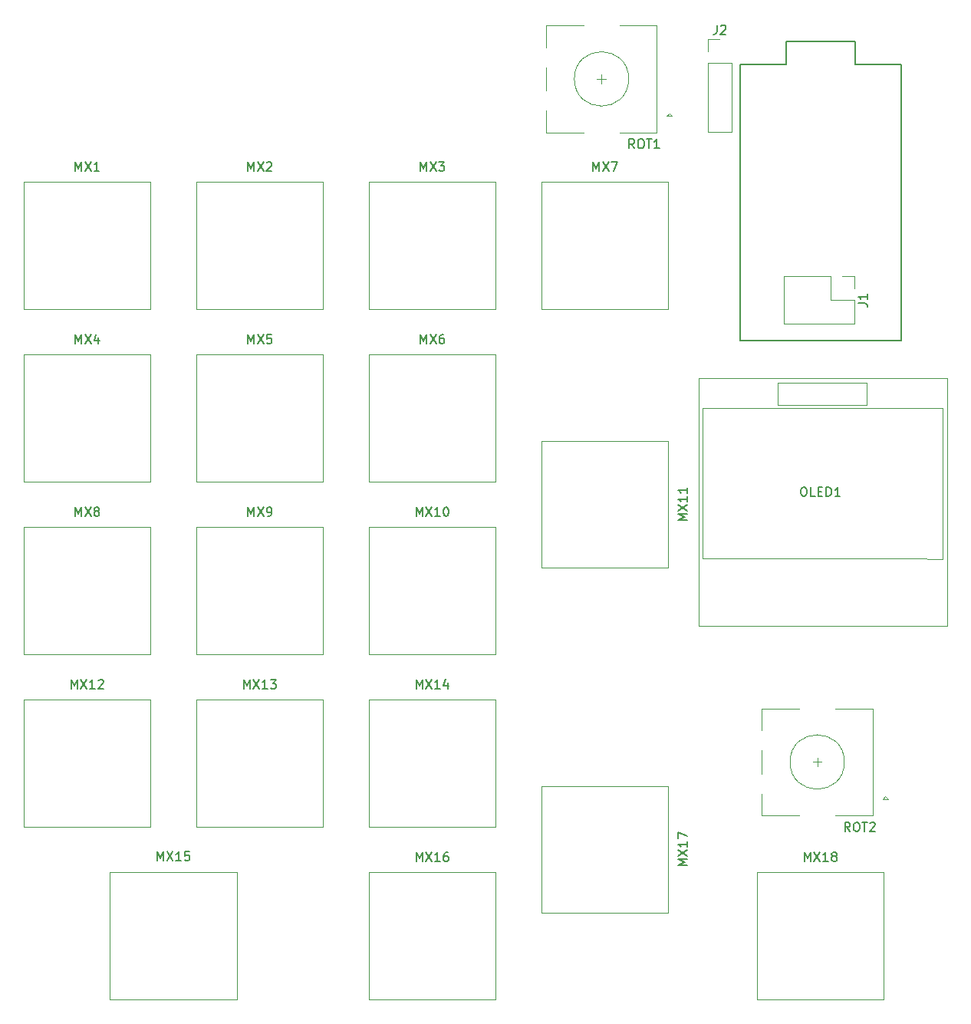
<source format=gbr>
%TF.GenerationSoftware,KiCad,Pcbnew,(5.1.10)-1*%
%TF.CreationDate,2021-11-21T17:13:44-05:00*%
%TF.ProjectId,numpad,6e756d70-6164-42e6-9b69-6361645f7063,rev?*%
%TF.SameCoordinates,Original*%
%TF.FileFunction,Legend,Top*%
%TF.FilePolarity,Positive*%
%FSLAX46Y46*%
G04 Gerber Fmt 4.6, Leading zero omitted, Abs format (unit mm)*
G04 Created by KiCad (PCBNEW (5.1.10)-1) date 2021-11-21 17:13:44*
%MOMM*%
%LPD*%
G01*
G04 APERTURE LIST*
%ADD10C,0.120000*%
%ADD11C,0.150000*%
G04 APERTURE END LIST*
D10*
%TO.C,MX17*%
X139040800Y-162565200D02*
X139040800Y-148565200D01*
X153040800Y-162565200D02*
X139040800Y-162565200D01*
X153040800Y-148565200D02*
X153040800Y-162565200D01*
X153040800Y-148565200D02*
X139040800Y-148565200D01*
%TO.C,MX11*%
X139040800Y-124467600D02*
X139040800Y-110467600D01*
X153040800Y-124467600D02*
X139040800Y-124467600D01*
X153040800Y-110467600D02*
X153040800Y-124467600D01*
X153040800Y-110467600D02*
X139040800Y-110467600D01*
%TO.C,MX15*%
X91418800Y-158089600D02*
X105418800Y-158089600D01*
X91418800Y-172089600D02*
X91418800Y-158089600D01*
X105418800Y-172089600D02*
X91418800Y-172089600D01*
X105418800Y-172089600D02*
X105418800Y-158089600D01*
D11*
%TO.C,U1*%
X160961800Y-68892200D02*
X160961800Y-99372200D01*
X160961800Y-68892200D02*
X166041800Y-68892200D01*
X166041800Y-68892200D02*
X166041800Y-66352200D01*
X166041800Y-66352200D02*
X173661800Y-66352200D01*
X173661800Y-66352200D02*
X173661800Y-68892200D01*
X173661800Y-68892200D02*
X178741800Y-68892200D01*
X178741800Y-68892200D02*
X178741800Y-99372200D01*
X178741800Y-99372200D02*
X160961800Y-99372200D01*
D10*
%TO.C,MX18*%
X176851800Y-172089600D02*
X162851800Y-172089600D01*
X176851800Y-158089600D02*
X176851800Y-172089600D01*
X162851800Y-158089600D02*
X176851800Y-158089600D01*
X162851800Y-158089600D02*
X162851800Y-172089600D01*
%TO.C,MX16*%
X133992000Y-172089600D02*
X119992000Y-172089600D01*
X133992000Y-158089600D02*
X133992000Y-172089600D01*
X119992000Y-158089600D02*
X133992000Y-158089600D01*
X119992000Y-158089600D02*
X119992000Y-172089600D01*
%TO.C,MX10*%
X133992000Y-133992000D02*
X119992000Y-133992000D01*
X133992000Y-119992000D02*
X133992000Y-133992000D01*
X119992000Y-119992000D02*
X133992000Y-119992000D01*
X119992000Y-119992000D02*
X119992000Y-133992000D01*
%TO.C,MX9*%
X114943200Y-133992000D02*
X100943200Y-133992000D01*
X114943200Y-119992000D02*
X114943200Y-133992000D01*
X100943200Y-119992000D02*
X114943200Y-119992000D01*
X100943200Y-119992000D02*
X100943200Y-133992000D01*
%TO.C,MX8*%
X95894400Y-133992000D02*
X81894400Y-133992000D01*
X95894400Y-119992000D02*
X95894400Y-133992000D01*
X81894400Y-119992000D02*
X95894400Y-119992000D01*
X81894400Y-119992000D02*
X81894400Y-133992000D01*
%TO.C,MX7*%
X153040800Y-95894400D02*
X139040800Y-95894400D01*
X153040800Y-81894400D02*
X153040800Y-95894400D01*
X139040800Y-81894400D02*
X153040800Y-81894400D01*
X139040800Y-81894400D02*
X139040800Y-95894400D01*
%TO.C,MX3*%
X133992000Y-95894400D02*
X119992000Y-95894400D01*
X133992000Y-81894400D02*
X133992000Y-95894400D01*
X119992000Y-81894400D02*
X133992000Y-81894400D01*
X119992000Y-81894400D02*
X119992000Y-95894400D01*
%TO.C,MX2*%
X114943200Y-95894400D02*
X100943200Y-95894400D01*
X114943200Y-81894400D02*
X114943200Y-95894400D01*
X100943200Y-81894400D02*
X114943200Y-81894400D01*
X100943200Y-81894400D02*
X100943200Y-95894400D01*
%TO.C,MX1*%
X95894400Y-95894400D02*
X81894400Y-95894400D01*
X95894400Y-81894400D02*
X95894400Y-95894400D01*
X81894400Y-81894400D02*
X95894400Y-81894400D01*
X81894400Y-81894400D02*
X81894400Y-95894400D01*
%TO.C,MX4*%
X95894400Y-114943200D02*
X81894400Y-114943200D01*
X95894400Y-100943200D02*
X95894400Y-114943200D01*
X81894400Y-100943200D02*
X95894400Y-100943200D01*
X81894400Y-100943200D02*
X81894400Y-114943200D01*
%TO.C,MX14*%
X133992000Y-153040800D02*
X119992000Y-153040800D01*
X133992000Y-139040800D02*
X133992000Y-153040800D01*
X119992000Y-139040800D02*
X133992000Y-139040800D01*
X119992000Y-139040800D02*
X119992000Y-153040800D01*
%TO.C,MX13*%
X114943200Y-153040800D02*
X100943200Y-153040800D01*
X114943200Y-139040800D02*
X114943200Y-153040800D01*
X100943200Y-139040800D02*
X114943200Y-139040800D01*
X100943200Y-139040800D02*
X100943200Y-153040800D01*
%TO.C,MX12*%
X95894400Y-153040800D02*
X81894400Y-153040800D01*
X95894400Y-139040800D02*
X95894400Y-153040800D01*
X81894400Y-139040800D02*
X95894400Y-139040800D01*
X81894400Y-139040800D02*
X81894400Y-153040800D01*
%TO.C,MX6*%
X133992000Y-114943200D02*
X119992000Y-114943200D01*
X133992000Y-100943200D02*
X133992000Y-114943200D01*
X119992000Y-100943200D02*
X133992000Y-100943200D01*
X119992000Y-100943200D02*
X119992000Y-114943200D01*
%TO.C,MX5*%
X114943200Y-114943200D02*
X100943200Y-114943200D01*
X114943200Y-100943200D02*
X114943200Y-114943200D01*
X100943200Y-100943200D02*
X114943200Y-100943200D01*
X100943200Y-100943200D02*
X100943200Y-114943200D01*
%TO.C,J2*%
X157410000Y-76414500D02*
X160070000Y-76414500D01*
X157410000Y-68734500D02*
X157410000Y-76414500D01*
X160070000Y-68734500D02*
X160070000Y-76414500D01*
X157410000Y-68734500D02*
X160070000Y-68734500D01*
X157410000Y-67464500D02*
X157410000Y-66134500D01*
X157410000Y-66134500D02*
X158740000Y-66134500D01*
%TO.C,J1*%
X165822900Y-92326600D02*
X165822900Y-97526600D01*
X170962900Y-92326600D02*
X165822900Y-92326600D01*
X173562900Y-97526600D02*
X165822900Y-97526600D01*
X170962900Y-92326600D02*
X170962900Y-94926600D01*
X170962900Y-94926600D02*
X173562900Y-94926600D01*
X173562900Y-94926600D02*
X173562900Y-97526600D01*
X172232900Y-92326600D02*
X173562900Y-92326600D01*
X173562900Y-92326600D02*
X173562900Y-93656600D01*
%TO.C,ROT2*%
X169995100Y-145921900D02*
X168995100Y-145921900D01*
X169495100Y-146421900D02*
X169495100Y-145421900D01*
X163395100Y-142421900D02*
X163395100Y-140021900D01*
X163395100Y-147221900D02*
X163395100Y-144621900D01*
X163395100Y-151821900D02*
X163395100Y-149421900D01*
X176695100Y-150021900D02*
X176995100Y-149721900D01*
X177295100Y-150021900D02*
X176695100Y-150021900D01*
X176995100Y-149721900D02*
X177295100Y-150021900D01*
X175595100Y-151821900D02*
X175595100Y-140021900D01*
X171495100Y-151821900D02*
X175595100Y-151821900D01*
X171495100Y-140021900D02*
X175595100Y-140021900D01*
X163395100Y-140021900D02*
X167495100Y-140021900D01*
X167495100Y-151821900D02*
X163395100Y-151821900D01*
X172495100Y-145921900D02*
G75*
G03*
X172495100Y-145921900I-3000000J0D01*
G01*
%TO.C,ROT1*%
X146184100Y-70520400D02*
X145184100Y-70520400D01*
X145684100Y-71020400D02*
X145684100Y-70020400D01*
X139584100Y-67020400D02*
X139584100Y-64620400D01*
X139584100Y-71820400D02*
X139584100Y-69220400D01*
X139584100Y-76420400D02*
X139584100Y-74020400D01*
X152884100Y-74620400D02*
X153184100Y-74320400D01*
X153484100Y-74620400D02*
X152884100Y-74620400D01*
X153184100Y-74320400D02*
X153484100Y-74620400D01*
X151784100Y-76420400D02*
X151784100Y-64620400D01*
X147684100Y-76420400D02*
X151784100Y-76420400D01*
X147684100Y-64620400D02*
X151784100Y-64620400D01*
X139584100Y-64620400D02*
X143684100Y-64620400D01*
X143684100Y-76420400D02*
X139584100Y-76420400D01*
X148684100Y-70520400D02*
G75*
G03*
X148684100Y-70520400I-3000000J0D01*
G01*
%TO.C,OLED1*%
X183313800Y-106863200D02*
X183059800Y-106875200D01*
X183313800Y-123500200D02*
X183313800Y-106863200D01*
X179973800Y-123475200D02*
X183313800Y-123500200D01*
X179973800Y-106875200D02*
X183059800Y-106875200D01*
X165152800Y-104069200D02*
X165152800Y-106482200D01*
X174931800Y-106482200D02*
X165152800Y-106482200D01*
X174931800Y-104069200D02*
X174931800Y-106482200D01*
X165152800Y-104069200D02*
X174931800Y-104069200D01*
X156873800Y-106875200D02*
X179973800Y-106875200D01*
X156873800Y-123475200D02*
X156873800Y-106875200D01*
X179973800Y-123475200D02*
X156873800Y-123475200D01*
X156451800Y-130880200D02*
X156451800Y-103580200D01*
X183851800Y-130880200D02*
X156451800Y-130880200D01*
X183851800Y-103580200D02*
X183851800Y-130880200D01*
X156451800Y-103580200D02*
X183851800Y-103580200D01*
%TO.C,MX17*%
D11*
X155155680Y-157327104D02*
X154155680Y-157327104D01*
X154869966Y-156993771D01*
X154155680Y-156660438D01*
X155155680Y-156660438D01*
X154155680Y-156279485D02*
X155155680Y-155612819D01*
X154155680Y-155612819D02*
X155155680Y-156279485D01*
X155155680Y-154708057D02*
X155155680Y-155279485D01*
X155155680Y-154993771D02*
X154155680Y-154993771D01*
X154298538Y-155089009D01*
X154393776Y-155184247D01*
X154441395Y-155279485D01*
X154155680Y-154374723D02*
X154155680Y-153708057D01*
X155155680Y-154136628D01*
%TO.C,MX11*%
X155155680Y-119229504D02*
X154155680Y-119229504D01*
X154869966Y-118896171D01*
X154155680Y-118562838D01*
X155155680Y-118562838D01*
X154155680Y-118181885D02*
X155155680Y-117515219D01*
X154155680Y-117515219D02*
X155155680Y-118181885D01*
X155155680Y-116610457D02*
X155155680Y-117181885D01*
X155155680Y-116896171D02*
X154155680Y-116896171D01*
X154298538Y-116991409D01*
X154393776Y-117086647D01*
X154441395Y-117181885D01*
X155155680Y-115658076D02*
X155155680Y-116229504D01*
X155155680Y-115943790D02*
X154155680Y-115943790D01*
X154298538Y-116039028D01*
X154393776Y-116134266D01*
X154441395Y-116229504D01*
%TO.C,MX15*%
X96656895Y-156811280D02*
X96656895Y-155811280D01*
X96990228Y-156525566D01*
X97323561Y-155811280D01*
X97323561Y-156811280D01*
X97704514Y-155811280D02*
X98371180Y-156811280D01*
X98371180Y-155811280D02*
X97704514Y-156811280D01*
X99275942Y-156811280D02*
X98704514Y-156811280D01*
X98990228Y-156811280D02*
X98990228Y-155811280D01*
X98894990Y-155954138D01*
X98799752Y-156049376D01*
X98704514Y-156096995D01*
X100180704Y-155811280D02*
X99704514Y-155811280D01*
X99656895Y-156287471D01*
X99704514Y-156239852D01*
X99799752Y-156192233D01*
X100037847Y-156192233D01*
X100133085Y-156239852D01*
X100180704Y-156287471D01*
X100228323Y-156382709D01*
X100228323Y-156620804D01*
X100180704Y-156716042D01*
X100133085Y-156763661D01*
X100037847Y-156811280D01*
X99799752Y-156811280D01*
X99704514Y-156763661D01*
X99656895Y-156716042D01*
%TO.C,MX18*%
X168089895Y-156879480D02*
X168089895Y-155879480D01*
X168423228Y-156593766D01*
X168756561Y-155879480D01*
X168756561Y-156879480D01*
X169137514Y-155879480D02*
X169804180Y-156879480D01*
X169804180Y-155879480D02*
X169137514Y-156879480D01*
X170708942Y-156879480D02*
X170137514Y-156879480D01*
X170423228Y-156879480D02*
X170423228Y-155879480D01*
X170327990Y-156022338D01*
X170232752Y-156117576D01*
X170137514Y-156165195D01*
X171280371Y-156308052D02*
X171185133Y-156260433D01*
X171137514Y-156212814D01*
X171089895Y-156117576D01*
X171089895Y-156069957D01*
X171137514Y-155974719D01*
X171185133Y-155927100D01*
X171280371Y-155879480D01*
X171470847Y-155879480D01*
X171566085Y-155927100D01*
X171613704Y-155974719D01*
X171661323Y-156069957D01*
X171661323Y-156117576D01*
X171613704Y-156212814D01*
X171566085Y-156260433D01*
X171470847Y-156308052D01*
X171280371Y-156308052D01*
X171185133Y-156355671D01*
X171137514Y-156403290D01*
X171089895Y-156498528D01*
X171089895Y-156689004D01*
X171137514Y-156784242D01*
X171185133Y-156831861D01*
X171280371Y-156879480D01*
X171470847Y-156879480D01*
X171566085Y-156831861D01*
X171613704Y-156784242D01*
X171661323Y-156689004D01*
X171661323Y-156498528D01*
X171613704Y-156403290D01*
X171566085Y-156355671D01*
X171470847Y-156308052D01*
%TO.C,MX16*%
X125230095Y-156879480D02*
X125230095Y-155879480D01*
X125563428Y-156593766D01*
X125896761Y-155879480D01*
X125896761Y-156879480D01*
X126277714Y-155879480D02*
X126944380Y-156879480D01*
X126944380Y-155879480D02*
X126277714Y-156879480D01*
X127849142Y-156879480D02*
X127277714Y-156879480D01*
X127563428Y-156879480D02*
X127563428Y-155879480D01*
X127468190Y-156022338D01*
X127372952Y-156117576D01*
X127277714Y-156165195D01*
X128706285Y-155879480D02*
X128515809Y-155879480D01*
X128420571Y-155927100D01*
X128372952Y-155974719D01*
X128277714Y-156117576D01*
X128230095Y-156308052D01*
X128230095Y-156689004D01*
X128277714Y-156784242D01*
X128325333Y-156831861D01*
X128420571Y-156879480D01*
X128611047Y-156879480D01*
X128706285Y-156831861D01*
X128753904Y-156784242D01*
X128801523Y-156689004D01*
X128801523Y-156450909D01*
X128753904Y-156355671D01*
X128706285Y-156308052D01*
X128611047Y-156260433D01*
X128420571Y-156260433D01*
X128325333Y-156308052D01*
X128277714Y-156355671D01*
X128230095Y-156450909D01*
%TO.C,MX10*%
X125230095Y-118781880D02*
X125230095Y-117781880D01*
X125563428Y-118496166D01*
X125896761Y-117781880D01*
X125896761Y-118781880D01*
X126277714Y-117781880D02*
X126944380Y-118781880D01*
X126944380Y-117781880D02*
X126277714Y-118781880D01*
X127849142Y-118781880D02*
X127277714Y-118781880D01*
X127563428Y-118781880D02*
X127563428Y-117781880D01*
X127468190Y-117924738D01*
X127372952Y-118019976D01*
X127277714Y-118067595D01*
X128468190Y-117781880D02*
X128563428Y-117781880D01*
X128658666Y-117829500D01*
X128706285Y-117877119D01*
X128753904Y-117972357D01*
X128801523Y-118162833D01*
X128801523Y-118400928D01*
X128753904Y-118591404D01*
X128706285Y-118686642D01*
X128658666Y-118734261D01*
X128563428Y-118781880D01*
X128468190Y-118781880D01*
X128372952Y-118734261D01*
X128325333Y-118686642D01*
X128277714Y-118591404D01*
X128230095Y-118400928D01*
X128230095Y-118162833D01*
X128277714Y-117972357D01*
X128325333Y-117877119D01*
X128372952Y-117829500D01*
X128468190Y-117781880D01*
%TO.C,MX9*%
X106657485Y-118781880D02*
X106657485Y-117781880D01*
X106990819Y-118496166D01*
X107324152Y-117781880D01*
X107324152Y-118781880D01*
X107705104Y-117781880D02*
X108371771Y-118781880D01*
X108371771Y-117781880D02*
X107705104Y-118781880D01*
X108800342Y-118781880D02*
X108990819Y-118781880D01*
X109086057Y-118734261D01*
X109133676Y-118686642D01*
X109228914Y-118543785D01*
X109276533Y-118353309D01*
X109276533Y-117972357D01*
X109228914Y-117877119D01*
X109181295Y-117829500D01*
X109086057Y-117781880D01*
X108895580Y-117781880D01*
X108800342Y-117829500D01*
X108752723Y-117877119D01*
X108705104Y-117972357D01*
X108705104Y-118210452D01*
X108752723Y-118305690D01*
X108800342Y-118353309D01*
X108895580Y-118400928D01*
X109086057Y-118400928D01*
X109181295Y-118353309D01*
X109228914Y-118305690D01*
X109276533Y-118210452D01*
%TO.C,MX8*%
X87608685Y-118781880D02*
X87608685Y-117781880D01*
X87942019Y-118496166D01*
X88275352Y-117781880D01*
X88275352Y-118781880D01*
X88656304Y-117781880D02*
X89322971Y-118781880D01*
X89322971Y-117781880D02*
X88656304Y-118781880D01*
X89846780Y-118210452D02*
X89751542Y-118162833D01*
X89703923Y-118115214D01*
X89656304Y-118019976D01*
X89656304Y-117972357D01*
X89703923Y-117877119D01*
X89751542Y-117829500D01*
X89846780Y-117781880D01*
X90037257Y-117781880D01*
X90132495Y-117829500D01*
X90180114Y-117877119D01*
X90227733Y-117972357D01*
X90227733Y-118019976D01*
X90180114Y-118115214D01*
X90132495Y-118162833D01*
X90037257Y-118210452D01*
X89846780Y-118210452D01*
X89751542Y-118258071D01*
X89703923Y-118305690D01*
X89656304Y-118400928D01*
X89656304Y-118591404D01*
X89703923Y-118686642D01*
X89751542Y-118734261D01*
X89846780Y-118781880D01*
X90037257Y-118781880D01*
X90132495Y-118734261D01*
X90180114Y-118686642D01*
X90227733Y-118591404D01*
X90227733Y-118400928D01*
X90180114Y-118305690D01*
X90132495Y-118258071D01*
X90037257Y-118210452D01*
%TO.C,MX7*%
X144755085Y-80684280D02*
X144755085Y-79684280D01*
X145088419Y-80398566D01*
X145421752Y-79684280D01*
X145421752Y-80684280D01*
X145802704Y-79684280D02*
X146469371Y-80684280D01*
X146469371Y-79684280D02*
X145802704Y-80684280D01*
X146755085Y-79684280D02*
X147421752Y-79684280D01*
X146993180Y-80684280D01*
%TO.C,MX3*%
X125706285Y-80684280D02*
X125706285Y-79684280D01*
X126039619Y-80398566D01*
X126372952Y-79684280D01*
X126372952Y-80684280D01*
X126753904Y-79684280D02*
X127420571Y-80684280D01*
X127420571Y-79684280D02*
X126753904Y-80684280D01*
X127706285Y-79684280D02*
X128325333Y-79684280D01*
X127992000Y-80065233D01*
X128134857Y-80065233D01*
X128230095Y-80112852D01*
X128277714Y-80160471D01*
X128325333Y-80255709D01*
X128325333Y-80493804D01*
X128277714Y-80589042D01*
X128230095Y-80636661D01*
X128134857Y-80684280D01*
X127849142Y-80684280D01*
X127753904Y-80636661D01*
X127706285Y-80589042D01*
%TO.C,MX2*%
X106657485Y-80684280D02*
X106657485Y-79684280D01*
X106990819Y-80398566D01*
X107324152Y-79684280D01*
X107324152Y-80684280D01*
X107705104Y-79684280D02*
X108371771Y-80684280D01*
X108371771Y-79684280D02*
X107705104Y-80684280D01*
X108705104Y-79779519D02*
X108752723Y-79731900D01*
X108847961Y-79684280D01*
X109086057Y-79684280D01*
X109181295Y-79731900D01*
X109228914Y-79779519D01*
X109276533Y-79874757D01*
X109276533Y-79969995D01*
X109228914Y-80112852D01*
X108657485Y-80684280D01*
X109276533Y-80684280D01*
%TO.C,MX1*%
X87608685Y-80684280D02*
X87608685Y-79684280D01*
X87942019Y-80398566D01*
X88275352Y-79684280D01*
X88275352Y-80684280D01*
X88656304Y-79684280D02*
X89322971Y-80684280D01*
X89322971Y-79684280D02*
X88656304Y-80684280D01*
X90227733Y-80684280D02*
X89656304Y-80684280D01*
X89942019Y-80684280D02*
X89942019Y-79684280D01*
X89846780Y-79827138D01*
X89751542Y-79922376D01*
X89656304Y-79969995D01*
%TO.C,MX4*%
X87608685Y-99733080D02*
X87608685Y-98733080D01*
X87942019Y-99447366D01*
X88275352Y-98733080D01*
X88275352Y-99733080D01*
X88656304Y-98733080D02*
X89322971Y-99733080D01*
X89322971Y-98733080D02*
X88656304Y-99733080D01*
X90132495Y-99066414D02*
X90132495Y-99733080D01*
X89894400Y-98685461D02*
X89656304Y-99399747D01*
X90275352Y-99399747D01*
%TO.C,MX14*%
X125230095Y-137830680D02*
X125230095Y-136830680D01*
X125563428Y-137544966D01*
X125896761Y-136830680D01*
X125896761Y-137830680D01*
X126277714Y-136830680D02*
X126944380Y-137830680D01*
X126944380Y-136830680D02*
X126277714Y-137830680D01*
X127849142Y-137830680D02*
X127277714Y-137830680D01*
X127563428Y-137830680D02*
X127563428Y-136830680D01*
X127468190Y-136973538D01*
X127372952Y-137068776D01*
X127277714Y-137116395D01*
X128706285Y-137164014D02*
X128706285Y-137830680D01*
X128468190Y-136783061D02*
X128230095Y-137497347D01*
X128849142Y-137497347D01*
%TO.C,MX13*%
X106181295Y-137830680D02*
X106181295Y-136830680D01*
X106514628Y-137544966D01*
X106847961Y-136830680D01*
X106847961Y-137830680D01*
X107228914Y-136830680D02*
X107895580Y-137830680D01*
X107895580Y-136830680D02*
X107228914Y-137830680D01*
X108800342Y-137830680D02*
X108228914Y-137830680D01*
X108514628Y-137830680D02*
X108514628Y-136830680D01*
X108419390Y-136973538D01*
X108324152Y-137068776D01*
X108228914Y-137116395D01*
X109133676Y-136830680D02*
X109752723Y-136830680D01*
X109419390Y-137211633D01*
X109562247Y-137211633D01*
X109657485Y-137259252D01*
X109705104Y-137306871D01*
X109752723Y-137402109D01*
X109752723Y-137640204D01*
X109705104Y-137735442D01*
X109657485Y-137783061D01*
X109562247Y-137830680D01*
X109276533Y-137830680D01*
X109181295Y-137783061D01*
X109133676Y-137735442D01*
%TO.C,MX12*%
X87132495Y-137830680D02*
X87132495Y-136830680D01*
X87465828Y-137544966D01*
X87799161Y-136830680D01*
X87799161Y-137830680D01*
X88180114Y-136830680D02*
X88846780Y-137830680D01*
X88846780Y-136830680D02*
X88180114Y-137830680D01*
X89751542Y-137830680D02*
X89180114Y-137830680D01*
X89465828Y-137830680D02*
X89465828Y-136830680D01*
X89370590Y-136973538D01*
X89275352Y-137068776D01*
X89180114Y-137116395D01*
X90132495Y-136925919D02*
X90180114Y-136878300D01*
X90275352Y-136830680D01*
X90513447Y-136830680D01*
X90608685Y-136878300D01*
X90656304Y-136925919D01*
X90703923Y-137021157D01*
X90703923Y-137116395D01*
X90656304Y-137259252D01*
X90084876Y-137830680D01*
X90703923Y-137830680D01*
%TO.C,MX6*%
X125706285Y-99733080D02*
X125706285Y-98733080D01*
X126039619Y-99447366D01*
X126372952Y-98733080D01*
X126372952Y-99733080D01*
X126753904Y-98733080D02*
X127420571Y-99733080D01*
X127420571Y-98733080D02*
X126753904Y-99733080D01*
X128230095Y-98733080D02*
X128039619Y-98733080D01*
X127944380Y-98780700D01*
X127896761Y-98828319D01*
X127801523Y-98971176D01*
X127753904Y-99161652D01*
X127753904Y-99542604D01*
X127801523Y-99637842D01*
X127849142Y-99685461D01*
X127944380Y-99733080D01*
X128134857Y-99733080D01*
X128230095Y-99685461D01*
X128277714Y-99637842D01*
X128325333Y-99542604D01*
X128325333Y-99304509D01*
X128277714Y-99209271D01*
X128230095Y-99161652D01*
X128134857Y-99114033D01*
X127944380Y-99114033D01*
X127849142Y-99161652D01*
X127801523Y-99209271D01*
X127753904Y-99304509D01*
%TO.C,MX5*%
X106657485Y-99733080D02*
X106657485Y-98733080D01*
X106990819Y-99447366D01*
X107324152Y-98733080D01*
X107324152Y-99733080D01*
X107705104Y-98733080D02*
X108371771Y-99733080D01*
X108371771Y-98733080D02*
X107705104Y-99733080D01*
X109228914Y-98733080D02*
X108752723Y-98733080D01*
X108705104Y-99209271D01*
X108752723Y-99161652D01*
X108847961Y-99114033D01*
X109086057Y-99114033D01*
X109181295Y-99161652D01*
X109228914Y-99209271D01*
X109276533Y-99304509D01*
X109276533Y-99542604D01*
X109228914Y-99637842D01*
X109181295Y-99685461D01*
X109086057Y-99733080D01*
X108847961Y-99733080D01*
X108752723Y-99685461D01*
X108705104Y-99637842D01*
%TO.C,J2*%
X158406666Y-64586880D02*
X158406666Y-65301166D01*
X158359047Y-65444023D01*
X158263809Y-65539261D01*
X158120952Y-65586880D01*
X158025714Y-65586880D01*
X158835238Y-64682119D02*
X158882857Y-64634500D01*
X158978095Y-64586880D01*
X159216190Y-64586880D01*
X159311428Y-64634500D01*
X159359047Y-64682119D01*
X159406666Y-64777357D01*
X159406666Y-64872595D01*
X159359047Y-65015452D01*
X158787619Y-65586880D01*
X159406666Y-65586880D01*
%TO.C,J1*%
X174015280Y-95259933D02*
X174729566Y-95259933D01*
X174872423Y-95307552D01*
X174967661Y-95402790D01*
X175015280Y-95545647D01*
X175015280Y-95640885D01*
X175015280Y-94259933D02*
X175015280Y-94831361D01*
X175015280Y-94545647D02*
X174015280Y-94545647D01*
X174158138Y-94640885D01*
X174253376Y-94736123D01*
X174300995Y-94831361D01*
%TO.C,ROT2*%
X173123671Y-153574280D02*
X172790338Y-153098090D01*
X172552242Y-153574280D02*
X172552242Y-152574280D01*
X172933195Y-152574280D01*
X173028433Y-152621900D01*
X173076052Y-152669519D01*
X173123671Y-152764757D01*
X173123671Y-152907614D01*
X173076052Y-153002852D01*
X173028433Y-153050471D01*
X172933195Y-153098090D01*
X172552242Y-153098090D01*
X173742719Y-152574280D02*
X173933195Y-152574280D01*
X174028433Y-152621900D01*
X174123671Y-152717138D01*
X174171290Y-152907614D01*
X174171290Y-153240947D01*
X174123671Y-153431423D01*
X174028433Y-153526661D01*
X173933195Y-153574280D01*
X173742719Y-153574280D01*
X173647480Y-153526661D01*
X173552242Y-153431423D01*
X173504623Y-153240947D01*
X173504623Y-152907614D01*
X173552242Y-152717138D01*
X173647480Y-152621900D01*
X173742719Y-152574280D01*
X174457004Y-152574280D02*
X175028433Y-152574280D01*
X174742719Y-153574280D02*
X174742719Y-152574280D01*
X175314147Y-152669519D02*
X175361766Y-152621900D01*
X175457004Y-152574280D01*
X175695100Y-152574280D01*
X175790338Y-152621900D01*
X175837957Y-152669519D01*
X175885576Y-152764757D01*
X175885576Y-152859995D01*
X175837957Y-153002852D01*
X175266528Y-153574280D01*
X175885576Y-153574280D01*
%TO.C,ROT1*%
X149312671Y-78172780D02*
X148979338Y-77696590D01*
X148741242Y-78172780D02*
X148741242Y-77172780D01*
X149122195Y-77172780D01*
X149217433Y-77220400D01*
X149265052Y-77268019D01*
X149312671Y-77363257D01*
X149312671Y-77506114D01*
X149265052Y-77601352D01*
X149217433Y-77648971D01*
X149122195Y-77696590D01*
X148741242Y-77696590D01*
X149931719Y-77172780D02*
X150122195Y-77172780D01*
X150217433Y-77220400D01*
X150312671Y-77315638D01*
X150360290Y-77506114D01*
X150360290Y-77839447D01*
X150312671Y-78029923D01*
X150217433Y-78125161D01*
X150122195Y-78172780D01*
X149931719Y-78172780D01*
X149836480Y-78125161D01*
X149741242Y-78029923D01*
X149693623Y-77839447D01*
X149693623Y-77506114D01*
X149741242Y-77315638D01*
X149836480Y-77220400D01*
X149931719Y-77172780D01*
X150646004Y-77172780D02*
X151217433Y-77172780D01*
X150931719Y-78172780D02*
X150931719Y-77172780D01*
X152074576Y-78172780D02*
X151503147Y-78172780D01*
X151788861Y-78172780D02*
X151788861Y-77172780D01*
X151693623Y-77315638D01*
X151598385Y-77410876D01*
X151503147Y-77458495D01*
%TO.C,OLED1*%
X167923228Y-115586580D02*
X168113704Y-115586580D01*
X168208942Y-115634200D01*
X168304180Y-115729438D01*
X168351800Y-115919914D01*
X168351800Y-116253247D01*
X168304180Y-116443723D01*
X168208942Y-116538961D01*
X168113704Y-116586580D01*
X167923228Y-116586580D01*
X167827990Y-116538961D01*
X167732752Y-116443723D01*
X167685133Y-116253247D01*
X167685133Y-115919914D01*
X167732752Y-115729438D01*
X167827990Y-115634200D01*
X167923228Y-115586580D01*
X169256561Y-116586580D02*
X168780371Y-116586580D01*
X168780371Y-115586580D01*
X169589895Y-116062771D02*
X169923228Y-116062771D01*
X170066085Y-116586580D02*
X169589895Y-116586580D01*
X169589895Y-115586580D01*
X170066085Y-115586580D01*
X170494657Y-116586580D02*
X170494657Y-115586580D01*
X170732752Y-115586580D01*
X170875609Y-115634200D01*
X170970847Y-115729438D01*
X171018466Y-115824676D01*
X171066085Y-116015152D01*
X171066085Y-116158009D01*
X171018466Y-116348485D01*
X170970847Y-116443723D01*
X170875609Y-116538961D01*
X170732752Y-116586580D01*
X170494657Y-116586580D01*
X172018466Y-116586580D02*
X171447038Y-116586580D01*
X171732752Y-116586580D02*
X171732752Y-115586580D01*
X171637514Y-115729438D01*
X171542276Y-115824676D01*
X171447038Y-115872295D01*
%TD*%
M02*

</source>
